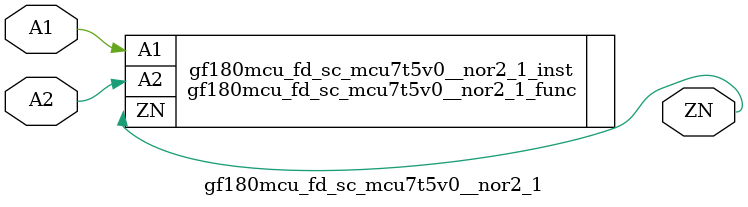
<source format=v>

module gf180mcu_fd_sc_mcu7t5v0__nor2_1( A2, ZN, A1 );
input A1, A2;
output ZN;

   `ifdef FUNCTIONAL  //  functional //

	gf180mcu_fd_sc_mcu7t5v0__nor2_1_func gf180mcu_fd_sc_mcu7t5v0__nor2_1_behav_inst(.A2(A2),.ZN(ZN),.A1(A1));

   `else

	gf180mcu_fd_sc_mcu7t5v0__nor2_1_func gf180mcu_fd_sc_mcu7t5v0__nor2_1_inst(.A2(A2),.ZN(ZN),.A1(A1));

	// spec_gates_begin


	// spec_gates_end



   specify

	// specify_block_begin

	// comb arc A1 --> ZN
	 (A1 => ZN) = (1.0,1.0);

	// comb arc A2 --> ZN
	 (A2 => ZN) = (1.0,1.0);

	// specify_block_end

   endspecify

   `endif

endmodule

</source>
